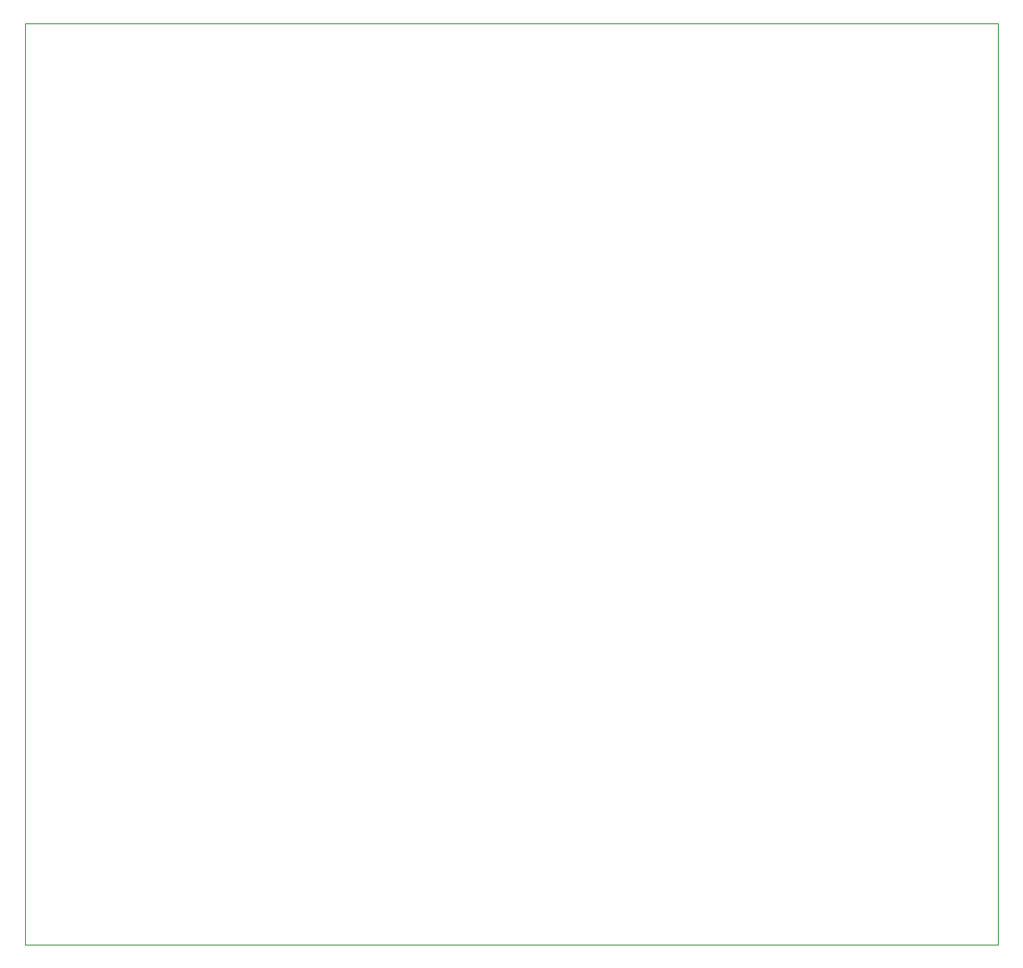
<source format=gbr>
%TF.GenerationSoftware,KiCad,Pcbnew,8.0.2*%
%TF.CreationDate,2024-05-08T16:39:50+01:00*%
%TF.ProjectId,VISIR_Lei_Ohm,56495349-525f-44c6-9569-5f4f686d2e6b,rev?*%
%TF.SameCoordinates,Original*%
%TF.FileFunction,Profile,NP*%
%FSLAX46Y46*%
G04 Gerber Fmt 4.6, Leading zero omitted, Abs format (unit mm)*
G04 Created by KiCad (PCBNEW 8.0.2) date 2024-05-08 16:39:50*
%MOMM*%
%LPD*%
G01*
G04 APERTURE LIST*
%TA.AperFunction,Profile*%
%ADD10C,0.100000*%
%TD*%
G04 APERTURE END LIST*
D10*
X120650000Y-30700000D02*
X215950000Y-30700000D01*
X215950000Y-120850000D01*
X120650000Y-120850000D01*
X120650000Y-30700000D01*
M02*

</source>
